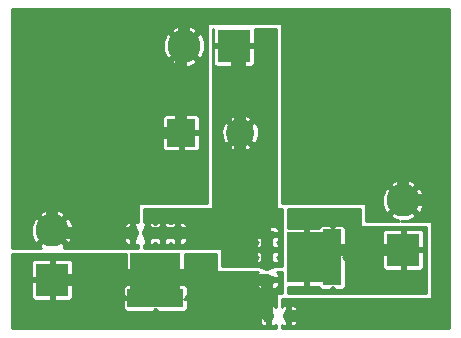
<source format=gbr>
G04 #@! TF.FileFunction,Copper,L1,Top,Signal*
%FSLAX46Y46*%
G04 Gerber Fmt 4.6, Leading zero omitted, Abs format (unit mm)*
G04 Created by KiCad (PCBNEW 4.0.7-e2-6376~58~ubuntu16.04.1) date Thu Jan 18 14:56:03 2018*
%MOMM*%
%LPD*%
G01*
G04 APERTURE LIST*
%ADD10C,0.100000*%
%ADD11R,2.400000X2.400000*%
%ADD12C,2.400000*%
%ADD13R,2.800000X2.800000*%
%ADD14C,2.800000*%
%ADD15R,0.900000X0.600000*%
%ADD16R,0.600000X0.900000*%
%ADD17R,0.700000X1.150000*%
%ADD18R,4.700000X1.550000*%
%ADD19R,4.200000X3.300000*%
%ADD20R,1.150000X0.700000*%
%ADD21R,1.550000X4.700000*%
%ADD22R,3.300000X4.200000*%
%ADD23R,0.670000X1.000000*%
%ADD24C,1.000000*%
%ADD25C,0.254000*%
G04 APERTURE END LIST*
D10*
D11*
X134112000Y-51562000D03*
D12*
X139112000Y-51562000D03*
D13*
X123190000Y-64008000D03*
D14*
X123190000Y-59808000D03*
D13*
X138566000Y-44196000D03*
D14*
X134366000Y-44196000D03*
D13*
X152908000Y-61468000D03*
D14*
X152908000Y-57268000D03*
D15*
X133078000Y-63086000D03*
X133078000Y-62236000D03*
X133078000Y-63936000D03*
X130778000Y-63086000D03*
X130778000Y-62236000D03*
X130778000Y-63936000D03*
X131928000Y-63936000D03*
X131928000Y-62236000D03*
D16*
X133808000Y-65786000D03*
X130048000Y-65786000D03*
X132528000Y-65786000D03*
D17*
X132568000Y-60066000D03*
X133838000Y-60066000D03*
X131288000Y-60066000D03*
D18*
X131928000Y-65536000D03*
D19*
X131928000Y-63336000D03*
D17*
X130018000Y-60066000D03*
D16*
X131328000Y-65786000D03*
D15*
X131928000Y-63086000D03*
D16*
X144438000Y-60960000D03*
X143588000Y-60960000D03*
X145288000Y-60960000D03*
X144438000Y-63260000D03*
X143588000Y-63260000D03*
X145288000Y-63260000D03*
X145288000Y-62110000D03*
X143588000Y-62110000D03*
D15*
X147138000Y-60230000D03*
X147138000Y-63990000D03*
X147138000Y-61510000D03*
D20*
X141418000Y-61470000D03*
X141418000Y-60200000D03*
X141418000Y-62750000D03*
D21*
X146888000Y-62110000D03*
D22*
X144688000Y-62110000D03*
D20*
X141418000Y-64020000D03*
D15*
X147138000Y-62710000D03*
D16*
X144438000Y-62110000D03*
D23*
X143228000Y-67056000D03*
X141478000Y-67056000D03*
D24*
X151638000Y-41910000D02*
X152908000Y-43180000D01*
X152908000Y-43180000D02*
X152908000Y-57268000D01*
X134672102Y-41910000D02*
X151638000Y-41910000D01*
X134366000Y-44196000D02*
X134366000Y-42216102D01*
X134366000Y-42216102D02*
X134672102Y-41910000D01*
X134112000Y-51562000D02*
X134112000Y-44450000D01*
X134112000Y-44450000D02*
X134366000Y-44196000D01*
X123190000Y-59808000D02*
X123190000Y-57828102D01*
X123190000Y-57828102D02*
X129456102Y-51562000D01*
X129456102Y-51562000D02*
X131912000Y-51562000D01*
X131912000Y-51562000D02*
X134112000Y-51562000D01*
X155956000Y-66802000D02*
X155702000Y-67056000D01*
X155702000Y-67056000D02*
X143228000Y-67056000D01*
X155956000Y-58336102D02*
X155956000Y-66802000D01*
X152908000Y-57268000D02*
X154887898Y-57268000D01*
X154887898Y-57268000D02*
X155956000Y-58336102D01*
X130018000Y-60066000D02*
X123448000Y-60066000D01*
X123448000Y-60066000D02*
X123190000Y-59808000D01*
X139112000Y-51562000D02*
X139112000Y-44742000D01*
X139112000Y-44742000D02*
X138566000Y-44196000D01*
X139112000Y-51562000D02*
X139112000Y-57894000D01*
X139112000Y-57894000D02*
X141418000Y-60200000D01*
X133838000Y-60066000D02*
X141284000Y-60066000D01*
X141284000Y-60066000D02*
X141418000Y-60200000D01*
X141418000Y-61470000D02*
X141418000Y-62750000D01*
X141418000Y-60200000D02*
X141418000Y-61470000D01*
X132568000Y-60066000D02*
X133838000Y-60066000D01*
X131288000Y-60066000D02*
X132568000Y-60066000D01*
X131928000Y-63336000D02*
X131928000Y-65536000D01*
X141418000Y-64020000D02*
X141418000Y-66996000D01*
X141418000Y-66996000D02*
X141478000Y-67056000D01*
X141418000Y-64020000D02*
X132612000Y-64020000D01*
X132612000Y-64020000D02*
X131928000Y-63336000D01*
X123190000Y-64008000D02*
X131256000Y-64008000D01*
X131256000Y-64008000D02*
X131928000Y-63336000D01*
X144688000Y-62110000D02*
X146888000Y-62110000D01*
X152908000Y-61468000D02*
X145330000Y-61468000D01*
X145330000Y-61468000D02*
X144688000Y-62110000D01*
D25*
G36*
X129447000Y-63113750D02*
X129542250Y-63209000D01*
X129947000Y-63209000D01*
X129947000Y-63213002D01*
X130042248Y-63213002D01*
X129947000Y-63308250D01*
X129947000Y-63461786D01*
X129947503Y-63463000D01*
X129542250Y-63463000D01*
X129447000Y-63558250D01*
X129447000Y-64402870D01*
X129362180Y-64438004D01*
X129255004Y-64545181D01*
X129197000Y-64685215D01*
X129197000Y-65313750D01*
X129292250Y-65409000D01*
X129367000Y-65409000D01*
X129367000Y-65563750D01*
X129462248Y-65658998D01*
X129367000Y-65658998D01*
X129367000Y-65663000D01*
X129292250Y-65663000D01*
X129197000Y-65758250D01*
X129197000Y-66386785D01*
X129255004Y-66526819D01*
X129362180Y-66633996D01*
X129502214Y-66692000D01*
X131705750Y-66692000D01*
X131801000Y-66596750D01*
X131801000Y-66576733D01*
X131843820Y-66558996D01*
X131928000Y-66474815D01*
X132012180Y-66558996D01*
X132055000Y-66576733D01*
X132055000Y-66596750D01*
X132150250Y-66692000D01*
X134353786Y-66692000D01*
X134493820Y-66633996D01*
X134600996Y-66526819D01*
X134620300Y-66480215D01*
X140762000Y-66480215D01*
X140762000Y-66833750D01*
X140857250Y-66929000D01*
X141351000Y-66929000D01*
X141351000Y-66270250D01*
X141255750Y-66175000D01*
X141067214Y-66175000D01*
X140927180Y-66233004D01*
X140820004Y-66340181D01*
X140762000Y-66480215D01*
X134620300Y-66480215D01*
X134659000Y-66386785D01*
X134659000Y-65758250D01*
X134563750Y-65663000D01*
X134489000Y-65663000D01*
X134489000Y-65658998D01*
X134393752Y-65658998D01*
X134489000Y-65563750D01*
X134489000Y-65409000D01*
X134563750Y-65409000D01*
X134659000Y-65313750D01*
X134659000Y-64685215D01*
X134600996Y-64545181D01*
X134493820Y-64438004D01*
X134409000Y-64402870D01*
X134409000Y-64242250D01*
X140462000Y-64242250D01*
X140462000Y-64445786D01*
X140520004Y-64585820D01*
X140627181Y-64692996D01*
X140767215Y-64751000D01*
X141195750Y-64751000D01*
X141291000Y-64655750D01*
X141291000Y-64147000D01*
X141545000Y-64147000D01*
X141545000Y-64655750D01*
X141640250Y-64751000D01*
X142068785Y-64751000D01*
X142208819Y-64692996D01*
X142315996Y-64585820D01*
X142374000Y-64445786D01*
X142374000Y-64242250D01*
X142278750Y-64147000D01*
X141545000Y-64147000D01*
X141291000Y-64147000D01*
X140557250Y-64147000D01*
X140462000Y-64242250D01*
X134409000Y-64242250D01*
X134409000Y-63558250D01*
X134313750Y-63463000D01*
X133908497Y-63463000D01*
X133909000Y-63461786D01*
X133909000Y-63308250D01*
X133813752Y-63213002D01*
X133909000Y-63213002D01*
X133909000Y-63209000D01*
X134313750Y-63209000D01*
X134409000Y-63113750D01*
X134409000Y-61849000D01*
X137033000Y-61849000D01*
X137033000Y-63246000D01*
X137043006Y-63295410D01*
X137071447Y-63337035D01*
X137113841Y-63364315D01*
X137160000Y-63373000D01*
X140567671Y-63373000D01*
X140587581Y-63386604D01*
X140520004Y-63454180D01*
X140462000Y-63594214D01*
X140462000Y-63797750D01*
X140557250Y-63893000D01*
X141291000Y-63893000D01*
X141291000Y-63873000D01*
X141545000Y-63873000D01*
X141545000Y-63893000D01*
X142278750Y-63893000D01*
X142374000Y-63797750D01*
X142374000Y-63594214D01*
X142315996Y-63454180D01*
X142249508Y-63387692D01*
X142263865Y-63378454D01*
X142267592Y-63373000D01*
X142621000Y-63373000D01*
X142621000Y-65151000D01*
X142240000Y-65151000D01*
X142190590Y-65161006D01*
X142148965Y-65189447D01*
X142121685Y-65231841D01*
X142113000Y-65278000D01*
X142113000Y-66317185D01*
X142028820Y-66233004D01*
X141888786Y-66175000D01*
X141700250Y-66175000D01*
X141605000Y-66270250D01*
X141605000Y-66929000D01*
X141625000Y-66929000D01*
X141625000Y-67183000D01*
X141605000Y-67183000D01*
X141605000Y-67841750D01*
X141700250Y-67937000D01*
X141888786Y-67937000D01*
X142028820Y-67878996D01*
X142113000Y-67794815D01*
X142113000Y-68124000D01*
X119836000Y-68124000D01*
X119836000Y-67278250D01*
X140762000Y-67278250D01*
X140762000Y-67631785D01*
X140820004Y-67771819D01*
X140927180Y-67878996D01*
X141067214Y-67937000D01*
X141255750Y-67937000D01*
X141351000Y-67841750D01*
X141351000Y-67183000D01*
X140857250Y-67183000D01*
X140762000Y-67278250D01*
X119836000Y-67278250D01*
X119836000Y-64230250D01*
X121409000Y-64230250D01*
X121409000Y-65483785D01*
X121467004Y-65623819D01*
X121574180Y-65730996D01*
X121714214Y-65789000D01*
X122967750Y-65789000D01*
X123063000Y-65693750D01*
X123063000Y-64135000D01*
X123317000Y-64135000D01*
X123317000Y-65693750D01*
X123412250Y-65789000D01*
X124665786Y-65789000D01*
X124805820Y-65730996D01*
X124912996Y-65623819D01*
X124971000Y-65483785D01*
X124971000Y-64230250D01*
X124875750Y-64135000D01*
X123317000Y-64135000D01*
X123063000Y-64135000D01*
X121504250Y-64135000D01*
X121409000Y-64230250D01*
X119836000Y-64230250D01*
X119836000Y-62532215D01*
X121409000Y-62532215D01*
X121409000Y-63785750D01*
X121504250Y-63881000D01*
X123063000Y-63881000D01*
X123063000Y-62322250D01*
X123317000Y-62322250D01*
X123317000Y-63881000D01*
X124875750Y-63881000D01*
X124971000Y-63785750D01*
X124971000Y-62532215D01*
X124912996Y-62392181D01*
X124805820Y-62285004D01*
X124665786Y-62227000D01*
X123412250Y-62227000D01*
X123317000Y-62322250D01*
X123063000Y-62322250D01*
X122967750Y-62227000D01*
X121714214Y-62227000D01*
X121574180Y-62285004D01*
X121467004Y-62392181D01*
X121409000Y-62532215D01*
X119836000Y-62532215D01*
X119836000Y-61849000D01*
X129447000Y-61849000D01*
X129447000Y-63113750D01*
X129447000Y-63113750D01*
G37*
X129447000Y-63113750D02*
X129542250Y-63209000D01*
X129947000Y-63209000D01*
X129947000Y-63213002D01*
X130042248Y-63213002D01*
X129947000Y-63308250D01*
X129947000Y-63461786D01*
X129947503Y-63463000D01*
X129542250Y-63463000D01*
X129447000Y-63558250D01*
X129447000Y-64402870D01*
X129362180Y-64438004D01*
X129255004Y-64545181D01*
X129197000Y-64685215D01*
X129197000Y-65313750D01*
X129292250Y-65409000D01*
X129367000Y-65409000D01*
X129367000Y-65563750D01*
X129462248Y-65658998D01*
X129367000Y-65658998D01*
X129367000Y-65663000D01*
X129292250Y-65663000D01*
X129197000Y-65758250D01*
X129197000Y-66386785D01*
X129255004Y-66526819D01*
X129362180Y-66633996D01*
X129502214Y-66692000D01*
X131705750Y-66692000D01*
X131801000Y-66596750D01*
X131801000Y-66576733D01*
X131843820Y-66558996D01*
X131928000Y-66474815D01*
X132012180Y-66558996D01*
X132055000Y-66576733D01*
X132055000Y-66596750D01*
X132150250Y-66692000D01*
X134353786Y-66692000D01*
X134493820Y-66633996D01*
X134600996Y-66526819D01*
X134620300Y-66480215D01*
X140762000Y-66480215D01*
X140762000Y-66833750D01*
X140857250Y-66929000D01*
X141351000Y-66929000D01*
X141351000Y-66270250D01*
X141255750Y-66175000D01*
X141067214Y-66175000D01*
X140927180Y-66233004D01*
X140820004Y-66340181D01*
X140762000Y-66480215D01*
X134620300Y-66480215D01*
X134659000Y-66386785D01*
X134659000Y-65758250D01*
X134563750Y-65663000D01*
X134489000Y-65663000D01*
X134489000Y-65658998D01*
X134393752Y-65658998D01*
X134489000Y-65563750D01*
X134489000Y-65409000D01*
X134563750Y-65409000D01*
X134659000Y-65313750D01*
X134659000Y-64685215D01*
X134600996Y-64545181D01*
X134493820Y-64438004D01*
X134409000Y-64402870D01*
X134409000Y-64242250D01*
X140462000Y-64242250D01*
X140462000Y-64445786D01*
X140520004Y-64585820D01*
X140627181Y-64692996D01*
X140767215Y-64751000D01*
X141195750Y-64751000D01*
X141291000Y-64655750D01*
X141291000Y-64147000D01*
X141545000Y-64147000D01*
X141545000Y-64655750D01*
X141640250Y-64751000D01*
X142068785Y-64751000D01*
X142208819Y-64692996D01*
X142315996Y-64585820D01*
X142374000Y-64445786D01*
X142374000Y-64242250D01*
X142278750Y-64147000D01*
X141545000Y-64147000D01*
X141291000Y-64147000D01*
X140557250Y-64147000D01*
X140462000Y-64242250D01*
X134409000Y-64242250D01*
X134409000Y-63558250D01*
X134313750Y-63463000D01*
X133908497Y-63463000D01*
X133909000Y-63461786D01*
X133909000Y-63308250D01*
X133813752Y-63213002D01*
X133909000Y-63213002D01*
X133909000Y-63209000D01*
X134313750Y-63209000D01*
X134409000Y-63113750D01*
X134409000Y-61849000D01*
X137033000Y-61849000D01*
X137033000Y-63246000D01*
X137043006Y-63295410D01*
X137071447Y-63337035D01*
X137113841Y-63364315D01*
X137160000Y-63373000D01*
X140567671Y-63373000D01*
X140587581Y-63386604D01*
X140520004Y-63454180D01*
X140462000Y-63594214D01*
X140462000Y-63797750D01*
X140557250Y-63893000D01*
X141291000Y-63893000D01*
X141291000Y-63873000D01*
X141545000Y-63873000D01*
X141545000Y-63893000D01*
X142278750Y-63893000D01*
X142374000Y-63797750D01*
X142374000Y-63594214D01*
X142315996Y-63454180D01*
X142249508Y-63387692D01*
X142263865Y-63378454D01*
X142267592Y-63373000D01*
X142621000Y-63373000D01*
X142621000Y-65151000D01*
X142240000Y-65151000D01*
X142190590Y-65161006D01*
X142148965Y-65189447D01*
X142121685Y-65231841D01*
X142113000Y-65278000D01*
X142113000Y-66317185D01*
X142028820Y-66233004D01*
X141888786Y-66175000D01*
X141700250Y-66175000D01*
X141605000Y-66270250D01*
X141605000Y-66929000D01*
X141625000Y-66929000D01*
X141625000Y-67183000D01*
X141605000Y-67183000D01*
X141605000Y-67841750D01*
X141700250Y-67937000D01*
X141888786Y-67937000D01*
X142028820Y-67878996D01*
X142113000Y-67794815D01*
X142113000Y-68124000D01*
X119836000Y-68124000D01*
X119836000Y-67278250D01*
X140762000Y-67278250D01*
X140762000Y-67631785D01*
X140820004Y-67771819D01*
X140927180Y-67878996D01*
X141067214Y-67937000D01*
X141255750Y-67937000D01*
X141351000Y-67841750D01*
X141351000Y-67183000D01*
X140857250Y-67183000D01*
X140762000Y-67278250D01*
X119836000Y-67278250D01*
X119836000Y-64230250D01*
X121409000Y-64230250D01*
X121409000Y-65483785D01*
X121467004Y-65623819D01*
X121574180Y-65730996D01*
X121714214Y-65789000D01*
X122967750Y-65789000D01*
X123063000Y-65693750D01*
X123063000Y-64135000D01*
X123317000Y-64135000D01*
X123317000Y-65693750D01*
X123412250Y-65789000D01*
X124665786Y-65789000D01*
X124805820Y-65730996D01*
X124912996Y-65623819D01*
X124971000Y-65483785D01*
X124971000Y-64230250D01*
X124875750Y-64135000D01*
X123317000Y-64135000D01*
X123063000Y-64135000D01*
X121504250Y-64135000D01*
X121409000Y-64230250D01*
X119836000Y-64230250D01*
X119836000Y-62532215D01*
X121409000Y-62532215D01*
X121409000Y-63785750D01*
X121504250Y-63881000D01*
X123063000Y-63881000D01*
X123063000Y-62322250D01*
X123317000Y-62322250D01*
X123317000Y-63881000D01*
X124875750Y-63881000D01*
X124971000Y-63785750D01*
X124971000Y-62532215D01*
X124912996Y-62392181D01*
X124805820Y-62285004D01*
X124665786Y-62227000D01*
X123412250Y-62227000D01*
X123317000Y-62322250D01*
X123063000Y-62322250D01*
X122967750Y-62227000D01*
X121714214Y-62227000D01*
X121574180Y-62285004D01*
X121467004Y-62392181D01*
X121409000Y-62532215D01*
X119836000Y-62532215D01*
X119836000Y-61849000D01*
X129447000Y-61849000D01*
X129447000Y-63113750D01*
G36*
X132055000Y-63209000D02*
X132075000Y-63209000D01*
X132075000Y-63213000D01*
X132055000Y-63213000D01*
X132055000Y-63483000D01*
X131801000Y-63483000D01*
X131801000Y-63213000D01*
X131781000Y-63213000D01*
X131781000Y-63209000D01*
X131801000Y-63209000D01*
X131801000Y-63189000D01*
X132055000Y-63189000D01*
X132055000Y-63209000D01*
X132055000Y-63209000D01*
G37*
X132055000Y-63209000D02*
X132075000Y-63209000D01*
X132075000Y-63213000D01*
X132055000Y-63213000D01*
X132055000Y-63483000D01*
X131801000Y-63483000D01*
X131801000Y-63213000D01*
X131781000Y-63213000D01*
X131781000Y-63209000D01*
X131801000Y-63209000D01*
X131801000Y-63189000D01*
X132055000Y-63189000D01*
X132055000Y-63209000D01*
G36*
X156770000Y-68124000D02*
X142621000Y-68124000D01*
X142621000Y-67822815D01*
X142677180Y-67878996D01*
X142817214Y-67937000D01*
X143005750Y-67937000D01*
X143101000Y-67841750D01*
X143101000Y-67183000D01*
X143355000Y-67183000D01*
X143355000Y-67841750D01*
X143450250Y-67937000D01*
X143638786Y-67937000D01*
X143778820Y-67878996D01*
X143885996Y-67771819D01*
X143944000Y-67631785D01*
X143944000Y-67278250D01*
X143848750Y-67183000D01*
X143355000Y-67183000D01*
X143101000Y-67183000D01*
X143081000Y-67183000D01*
X143081000Y-66929000D01*
X143101000Y-66929000D01*
X143101000Y-66270250D01*
X143355000Y-66270250D01*
X143355000Y-66929000D01*
X143848750Y-66929000D01*
X143944000Y-66833750D01*
X143944000Y-66480215D01*
X143885996Y-66340181D01*
X143778820Y-66233004D01*
X143638786Y-66175000D01*
X143450250Y-66175000D01*
X143355000Y-66270250D01*
X143101000Y-66270250D01*
X143005750Y-66175000D01*
X142817214Y-66175000D01*
X142677180Y-66233004D01*
X142621000Y-66289185D01*
X142621000Y-65659000D01*
X155194000Y-65659000D01*
X155243410Y-65648994D01*
X155285035Y-65620553D01*
X155312315Y-65578159D01*
X155321000Y-65532000D01*
X155321000Y-59182000D01*
X155310994Y-59132590D01*
X155282553Y-59090965D01*
X155240159Y-59063685D01*
X155194000Y-59055000D01*
X152740131Y-59055000D01*
X153316810Y-59037276D01*
X153869995Y-58808139D01*
X154031557Y-58571162D01*
X152908000Y-57447605D01*
X151784443Y-58571162D01*
X151946005Y-58808139D01*
X152597943Y-59055000D01*
X149733000Y-59055000D01*
X149733000Y-57658000D01*
X149722994Y-57608590D01*
X149694553Y-57566965D01*
X149652159Y-57539685D01*
X149606000Y-57531000D01*
X142621000Y-57531000D01*
X142621000Y-56968618D01*
X151116958Y-56968618D01*
X151138724Y-57676810D01*
X151367861Y-58229995D01*
X151604838Y-58391557D01*
X152728395Y-57268000D01*
X153087605Y-57268000D01*
X154211162Y-58391557D01*
X154448139Y-58229995D01*
X154699042Y-57567382D01*
X154677276Y-56859190D01*
X154448139Y-56306005D01*
X154211162Y-56144443D01*
X153087605Y-57268000D01*
X152728395Y-57268000D01*
X151604838Y-56144443D01*
X151367861Y-56306005D01*
X151116958Y-56968618D01*
X142621000Y-56968618D01*
X142621000Y-55964838D01*
X151784443Y-55964838D01*
X152908000Y-57088395D01*
X154031557Y-55964838D01*
X153869995Y-55727861D01*
X153207382Y-55476958D01*
X152499190Y-55498724D01*
X151946005Y-55727861D01*
X151784443Y-55964838D01*
X142621000Y-55964838D01*
X142621000Y-42418000D01*
X142610994Y-42368590D01*
X142582553Y-42326965D01*
X142540159Y-42299685D01*
X142494000Y-42291000D01*
X136398000Y-42291000D01*
X136348590Y-42301006D01*
X136306965Y-42329447D01*
X136279685Y-42371841D01*
X136271000Y-42418000D01*
X136271000Y-57531000D01*
X130556000Y-57531000D01*
X130506590Y-57541006D01*
X130464965Y-57569447D01*
X130437685Y-57611841D01*
X130429000Y-57658000D01*
X130429000Y-59110000D01*
X130240250Y-59110000D01*
X130145000Y-59205250D01*
X130145000Y-59939000D01*
X130165000Y-59939000D01*
X130165000Y-60193000D01*
X130145000Y-60193000D01*
X130145000Y-60926750D01*
X130240250Y-61022000D01*
X130429000Y-61022000D01*
X130429000Y-61297536D01*
X129828000Y-61297536D01*
X129686810Y-61324103D01*
X129660551Y-61341000D01*
X124156862Y-61341000D01*
X124313557Y-61111162D01*
X123190000Y-59987605D01*
X122066443Y-61111162D01*
X122223138Y-61341000D01*
X119836000Y-61341000D01*
X119836000Y-59508618D01*
X121398958Y-59508618D01*
X121420724Y-60216810D01*
X121649861Y-60769995D01*
X121886838Y-60931557D01*
X123010395Y-59808000D01*
X123369605Y-59808000D01*
X124493162Y-60931557D01*
X124730139Y-60769995D01*
X124912555Y-60288250D01*
X129287000Y-60288250D01*
X129287000Y-60716785D01*
X129345004Y-60856819D01*
X129452180Y-60963996D01*
X129592214Y-61022000D01*
X129795750Y-61022000D01*
X129891000Y-60926750D01*
X129891000Y-60193000D01*
X129382250Y-60193000D01*
X129287000Y-60288250D01*
X124912555Y-60288250D01*
X124981042Y-60107382D01*
X124959769Y-59415215D01*
X129287000Y-59415215D01*
X129287000Y-59843750D01*
X129382250Y-59939000D01*
X129891000Y-59939000D01*
X129891000Y-59205250D01*
X129795750Y-59110000D01*
X129592214Y-59110000D01*
X129452180Y-59168004D01*
X129345004Y-59275181D01*
X129287000Y-59415215D01*
X124959769Y-59415215D01*
X124959276Y-59399190D01*
X124730139Y-58846005D01*
X124493162Y-58684443D01*
X123369605Y-59808000D01*
X123010395Y-59808000D01*
X121886838Y-58684443D01*
X121649861Y-58846005D01*
X121398958Y-59508618D01*
X119836000Y-59508618D01*
X119836000Y-58504838D01*
X122066443Y-58504838D01*
X123190000Y-59628395D01*
X124313557Y-58504838D01*
X124151995Y-58267861D01*
X123489382Y-58016958D01*
X122781190Y-58038724D01*
X122228005Y-58267861D01*
X122066443Y-58504838D01*
X119836000Y-58504838D01*
X119836000Y-51784250D01*
X132531000Y-51784250D01*
X132531000Y-52837785D01*
X132589004Y-52977819D01*
X132696180Y-53084996D01*
X132836214Y-53143000D01*
X133889750Y-53143000D01*
X133985000Y-53047750D01*
X133985000Y-51689000D01*
X134239000Y-51689000D01*
X134239000Y-53047750D01*
X134334250Y-53143000D01*
X135387786Y-53143000D01*
X135527820Y-53084996D01*
X135634996Y-52977819D01*
X135693000Y-52837785D01*
X135693000Y-51784250D01*
X135597750Y-51689000D01*
X134239000Y-51689000D01*
X133985000Y-51689000D01*
X132626250Y-51689000D01*
X132531000Y-51784250D01*
X119836000Y-51784250D01*
X119836000Y-50286215D01*
X132531000Y-50286215D01*
X132531000Y-51339750D01*
X132626250Y-51435000D01*
X133985000Y-51435000D01*
X133985000Y-50076250D01*
X134239000Y-50076250D01*
X134239000Y-51435000D01*
X135597750Y-51435000D01*
X135693000Y-51339750D01*
X135693000Y-50286215D01*
X135634996Y-50146181D01*
X135527820Y-50039004D01*
X135387786Y-49981000D01*
X134334250Y-49981000D01*
X134239000Y-50076250D01*
X133985000Y-50076250D01*
X133889750Y-49981000D01*
X132836214Y-49981000D01*
X132696180Y-50039004D01*
X132589004Y-50146181D01*
X132531000Y-50286215D01*
X119836000Y-50286215D01*
X119836000Y-45499162D01*
X133242443Y-45499162D01*
X133404005Y-45736139D01*
X134066618Y-45987042D01*
X134774810Y-45965276D01*
X135327995Y-45736139D01*
X135489557Y-45499162D01*
X134366000Y-44375605D01*
X133242443Y-45499162D01*
X119836000Y-45499162D01*
X119836000Y-43896618D01*
X132574958Y-43896618D01*
X132596724Y-44604810D01*
X132825861Y-45157995D01*
X133062838Y-45319557D01*
X134186395Y-44196000D01*
X134545605Y-44196000D01*
X135669162Y-45319557D01*
X135906139Y-45157995D01*
X136157042Y-44495382D01*
X136135276Y-43787190D01*
X135906139Y-43234005D01*
X135669162Y-43072443D01*
X134545605Y-44196000D01*
X134186395Y-44196000D01*
X133062838Y-43072443D01*
X132825861Y-43234005D01*
X132574958Y-43896618D01*
X119836000Y-43896618D01*
X119836000Y-42892838D01*
X133242443Y-42892838D01*
X134366000Y-44016395D01*
X135489557Y-42892838D01*
X135327995Y-42655861D01*
X134665382Y-42404958D01*
X133957190Y-42426724D01*
X133404005Y-42655861D01*
X133242443Y-42892838D01*
X119836000Y-42892838D01*
X119836000Y-41096000D01*
X156770000Y-41096000D01*
X156770000Y-68124000D01*
X156770000Y-68124000D01*
G37*
X156770000Y-68124000D02*
X142621000Y-68124000D01*
X142621000Y-67822815D01*
X142677180Y-67878996D01*
X142817214Y-67937000D01*
X143005750Y-67937000D01*
X143101000Y-67841750D01*
X143101000Y-67183000D01*
X143355000Y-67183000D01*
X143355000Y-67841750D01*
X143450250Y-67937000D01*
X143638786Y-67937000D01*
X143778820Y-67878996D01*
X143885996Y-67771819D01*
X143944000Y-67631785D01*
X143944000Y-67278250D01*
X143848750Y-67183000D01*
X143355000Y-67183000D01*
X143101000Y-67183000D01*
X143081000Y-67183000D01*
X143081000Y-66929000D01*
X143101000Y-66929000D01*
X143101000Y-66270250D01*
X143355000Y-66270250D01*
X143355000Y-66929000D01*
X143848750Y-66929000D01*
X143944000Y-66833750D01*
X143944000Y-66480215D01*
X143885996Y-66340181D01*
X143778820Y-66233004D01*
X143638786Y-66175000D01*
X143450250Y-66175000D01*
X143355000Y-66270250D01*
X143101000Y-66270250D01*
X143005750Y-66175000D01*
X142817214Y-66175000D01*
X142677180Y-66233004D01*
X142621000Y-66289185D01*
X142621000Y-65659000D01*
X155194000Y-65659000D01*
X155243410Y-65648994D01*
X155285035Y-65620553D01*
X155312315Y-65578159D01*
X155321000Y-65532000D01*
X155321000Y-59182000D01*
X155310994Y-59132590D01*
X155282553Y-59090965D01*
X155240159Y-59063685D01*
X155194000Y-59055000D01*
X152740131Y-59055000D01*
X153316810Y-59037276D01*
X153869995Y-58808139D01*
X154031557Y-58571162D01*
X152908000Y-57447605D01*
X151784443Y-58571162D01*
X151946005Y-58808139D01*
X152597943Y-59055000D01*
X149733000Y-59055000D01*
X149733000Y-57658000D01*
X149722994Y-57608590D01*
X149694553Y-57566965D01*
X149652159Y-57539685D01*
X149606000Y-57531000D01*
X142621000Y-57531000D01*
X142621000Y-56968618D01*
X151116958Y-56968618D01*
X151138724Y-57676810D01*
X151367861Y-58229995D01*
X151604838Y-58391557D01*
X152728395Y-57268000D01*
X153087605Y-57268000D01*
X154211162Y-58391557D01*
X154448139Y-58229995D01*
X154699042Y-57567382D01*
X154677276Y-56859190D01*
X154448139Y-56306005D01*
X154211162Y-56144443D01*
X153087605Y-57268000D01*
X152728395Y-57268000D01*
X151604838Y-56144443D01*
X151367861Y-56306005D01*
X151116958Y-56968618D01*
X142621000Y-56968618D01*
X142621000Y-55964838D01*
X151784443Y-55964838D01*
X152908000Y-57088395D01*
X154031557Y-55964838D01*
X153869995Y-55727861D01*
X153207382Y-55476958D01*
X152499190Y-55498724D01*
X151946005Y-55727861D01*
X151784443Y-55964838D01*
X142621000Y-55964838D01*
X142621000Y-42418000D01*
X142610994Y-42368590D01*
X142582553Y-42326965D01*
X142540159Y-42299685D01*
X142494000Y-42291000D01*
X136398000Y-42291000D01*
X136348590Y-42301006D01*
X136306965Y-42329447D01*
X136279685Y-42371841D01*
X136271000Y-42418000D01*
X136271000Y-57531000D01*
X130556000Y-57531000D01*
X130506590Y-57541006D01*
X130464965Y-57569447D01*
X130437685Y-57611841D01*
X130429000Y-57658000D01*
X130429000Y-59110000D01*
X130240250Y-59110000D01*
X130145000Y-59205250D01*
X130145000Y-59939000D01*
X130165000Y-59939000D01*
X130165000Y-60193000D01*
X130145000Y-60193000D01*
X130145000Y-60926750D01*
X130240250Y-61022000D01*
X130429000Y-61022000D01*
X130429000Y-61297536D01*
X129828000Y-61297536D01*
X129686810Y-61324103D01*
X129660551Y-61341000D01*
X124156862Y-61341000D01*
X124313557Y-61111162D01*
X123190000Y-59987605D01*
X122066443Y-61111162D01*
X122223138Y-61341000D01*
X119836000Y-61341000D01*
X119836000Y-59508618D01*
X121398958Y-59508618D01*
X121420724Y-60216810D01*
X121649861Y-60769995D01*
X121886838Y-60931557D01*
X123010395Y-59808000D01*
X123369605Y-59808000D01*
X124493162Y-60931557D01*
X124730139Y-60769995D01*
X124912555Y-60288250D01*
X129287000Y-60288250D01*
X129287000Y-60716785D01*
X129345004Y-60856819D01*
X129452180Y-60963996D01*
X129592214Y-61022000D01*
X129795750Y-61022000D01*
X129891000Y-60926750D01*
X129891000Y-60193000D01*
X129382250Y-60193000D01*
X129287000Y-60288250D01*
X124912555Y-60288250D01*
X124981042Y-60107382D01*
X124959769Y-59415215D01*
X129287000Y-59415215D01*
X129287000Y-59843750D01*
X129382250Y-59939000D01*
X129891000Y-59939000D01*
X129891000Y-59205250D01*
X129795750Y-59110000D01*
X129592214Y-59110000D01*
X129452180Y-59168004D01*
X129345004Y-59275181D01*
X129287000Y-59415215D01*
X124959769Y-59415215D01*
X124959276Y-59399190D01*
X124730139Y-58846005D01*
X124493162Y-58684443D01*
X123369605Y-59808000D01*
X123010395Y-59808000D01*
X121886838Y-58684443D01*
X121649861Y-58846005D01*
X121398958Y-59508618D01*
X119836000Y-59508618D01*
X119836000Y-58504838D01*
X122066443Y-58504838D01*
X123190000Y-59628395D01*
X124313557Y-58504838D01*
X124151995Y-58267861D01*
X123489382Y-58016958D01*
X122781190Y-58038724D01*
X122228005Y-58267861D01*
X122066443Y-58504838D01*
X119836000Y-58504838D01*
X119836000Y-51784250D01*
X132531000Y-51784250D01*
X132531000Y-52837785D01*
X132589004Y-52977819D01*
X132696180Y-53084996D01*
X132836214Y-53143000D01*
X133889750Y-53143000D01*
X133985000Y-53047750D01*
X133985000Y-51689000D01*
X134239000Y-51689000D01*
X134239000Y-53047750D01*
X134334250Y-53143000D01*
X135387786Y-53143000D01*
X135527820Y-53084996D01*
X135634996Y-52977819D01*
X135693000Y-52837785D01*
X135693000Y-51784250D01*
X135597750Y-51689000D01*
X134239000Y-51689000D01*
X133985000Y-51689000D01*
X132626250Y-51689000D01*
X132531000Y-51784250D01*
X119836000Y-51784250D01*
X119836000Y-50286215D01*
X132531000Y-50286215D01*
X132531000Y-51339750D01*
X132626250Y-51435000D01*
X133985000Y-51435000D01*
X133985000Y-50076250D01*
X134239000Y-50076250D01*
X134239000Y-51435000D01*
X135597750Y-51435000D01*
X135693000Y-51339750D01*
X135693000Y-50286215D01*
X135634996Y-50146181D01*
X135527820Y-50039004D01*
X135387786Y-49981000D01*
X134334250Y-49981000D01*
X134239000Y-50076250D01*
X133985000Y-50076250D01*
X133889750Y-49981000D01*
X132836214Y-49981000D01*
X132696180Y-50039004D01*
X132589004Y-50146181D01*
X132531000Y-50286215D01*
X119836000Y-50286215D01*
X119836000Y-45499162D01*
X133242443Y-45499162D01*
X133404005Y-45736139D01*
X134066618Y-45987042D01*
X134774810Y-45965276D01*
X135327995Y-45736139D01*
X135489557Y-45499162D01*
X134366000Y-44375605D01*
X133242443Y-45499162D01*
X119836000Y-45499162D01*
X119836000Y-43896618D01*
X132574958Y-43896618D01*
X132596724Y-44604810D01*
X132825861Y-45157995D01*
X133062838Y-45319557D01*
X134186395Y-44196000D01*
X134545605Y-44196000D01*
X135669162Y-45319557D01*
X135906139Y-45157995D01*
X136157042Y-44495382D01*
X136135276Y-43787190D01*
X135906139Y-43234005D01*
X135669162Y-43072443D01*
X134545605Y-44196000D01*
X134186395Y-44196000D01*
X133062838Y-43072443D01*
X132825861Y-43234005D01*
X132574958Y-43896618D01*
X119836000Y-43896618D01*
X119836000Y-42892838D01*
X133242443Y-42892838D01*
X134366000Y-44016395D01*
X135489557Y-42892838D01*
X135327995Y-42655861D01*
X134665382Y-42404958D01*
X133957190Y-42426724D01*
X133404005Y-42655861D01*
X133242443Y-42892838D01*
X119836000Y-42892838D01*
X119836000Y-41096000D01*
X156770000Y-41096000D01*
X156770000Y-68124000D01*
G36*
X136785000Y-43973750D02*
X136880250Y-44069000D01*
X138439000Y-44069000D01*
X138439000Y-44049000D01*
X138693000Y-44049000D01*
X138693000Y-44069000D01*
X140251750Y-44069000D01*
X140347000Y-43973750D01*
X140347000Y-42799000D01*
X142113000Y-42799000D01*
X142113000Y-57912000D01*
X142123006Y-57961410D01*
X142151447Y-58003035D01*
X142193841Y-58030315D01*
X142240000Y-58039000D01*
X142621000Y-58039000D01*
X142621000Y-62865000D01*
X137541000Y-62865000D01*
X137541000Y-61692250D01*
X140462000Y-61692250D01*
X140462000Y-61895786D01*
X140520004Y-62035820D01*
X140594185Y-62110000D01*
X140520004Y-62184180D01*
X140462000Y-62324214D01*
X140462000Y-62527750D01*
X140557250Y-62623000D01*
X141291000Y-62623000D01*
X141291000Y-62114250D01*
X141286750Y-62110000D01*
X141291000Y-62105750D01*
X141291000Y-61597000D01*
X141545000Y-61597000D01*
X141545000Y-62105750D01*
X141549250Y-62110000D01*
X141545000Y-62114250D01*
X141545000Y-62623000D01*
X142278750Y-62623000D01*
X142374000Y-62527750D01*
X142374000Y-62324214D01*
X142315996Y-62184180D01*
X142241815Y-62110000D01*
X142315996Y-62035820D01*
X142374000Y-61895786D01*
X142374000Y-61692250D01*
X142278750Y-61597000D01*
X141545000Y-61597000D01*
X141291000Y-61597000D01*
X140557250Y-61597000D01*
X140462000Y-61692250D01*
X137541000Y-61692250D01*
X137541000Y-61468000D01*
X137530994Y-61418590D01*
X137502553Y-61376965D01*
X137460159Y-61349685D01*
X137414000Y-61341000D01*
X134197954Y-61341000D01*
X134179134Y-61328141D01*
X134028000Y-61297536D01*
X130937000Y-61297536D01*
X130937000Y-61022000D01*
X131065750Y-61022000D01*
X131161000Y-60926750D01*
X131161000Y-60193000D01*
X131415000Y-60193000D01*
X131415000Y-60926750D01*
X131510250Y-61022000D01*
X131713786Y-61022000D01*
X131853820Y-60963996D01*
X131928000Y-60889815D01*
X132002180Y-60963996D01*
X132142214Y-61022000D01*
X132345750Y-61022000D01*
X132441000Y-60926750D01*
X132441000Y-60193000D01*
X132695000Y-60193000D01*
X132695000Y-60926750D01*
X132790250Y-61022000D01*
X132993786Y-61022000D01*
X133133820Y-60963996D01*
X133203000Y-60894815D01*
X133272180Y-60963996D01*
X133412214Y-61022000D01*
X133615750Y-61022000D01*
X133711000Y-60926750D01*
X133711000Y-60193000D01*
X133965000Y-60193000D01*
X133965000Y-60926750D01*
X134060250Y-61022000D01*
X134263786Y-61022000D01*
X134403820Y-60963996D01*
X134510996Y-60856819D01*
X134569000Y-60716785D01*
X134569000Y-60422250D01*
X140462000Y-60422250D01*
X140462000Y-60625786D01*
X140520004Y-60765820D01*
X140589185Y-60835000D01*
X140520004Y-60904180D01*
X140462000Y-61044214D01*
X140462000Y-61247750D01*
X140557250Y-61343000D01*
X141291000Y-61343000D01*
X141291000Y-60327000D01*
X141545000Y-60327000D01*
X141545000Y-61343000D01*
X142278750Y-61343000D01*
X142374000Y-61247750D01*
X142374000Y-61044214D01*
X142315996Y-60904180D01*
X142246815Y-60835000D01*
X142315996Y-60765820D01*
X142374000Y-60625786D01*
X142374000Y-60422250D01*
X142278750Y-60327000D01*
X141545000Y-60327000D01*
X141291000Y-60327000D01*
X140557250Y-60327000D01*
X140462000Y-60422250D01*
X134569000Y-60422250D01*
X134569000Y-60288250D01*
X134473750Y-60193000D01*
X133965000Y-60193000D01*
X133711000Y-60193000D01*
X132695000Y-60193000D01*
X132441000Y-60193000D01*
X131932250Y-60193000D01*
X131928000Y-60197250D01*
X131923750Y-60193000D01*
X131415000Y-60193000D01*
X131161000Y-60193000D01*
X131141000Y-60193000D01*
X131141000Y-59939000D01*
X131161000Y-59939000D01*
X131161000Y-59205250D01*
X131415000Y-59205250D01*
X131415000Y-59939000D01*
X131923750Y-59939000D01*
X131928000Y-59934750D01*
X131932250Y-59939000D01*
X132441000Y-59939000D01*
X132441000Y-59205250D01*
X132695000Y-59205250D01*
X132695000Y-59939000D01*
X133711000Y-59939000D01*
X133711000Y-59205250D01*
X133965000Y-59205250D01*
X133965000Y-59939000D01*
X134473750Y-59939000D01*
X134569000Y-59843750D01*
X134569000Y-59774214D01*
X140462000Y-59774214D01*
X140462000Y-59977750D01*
X140557250Y-60073000D01*
X141291000Y-60073000D01*
X141291000Y-59564250D01*
X141545000Y-59564250D01*
X141545000Y-60073000D01*
X142278750Y-60073000D01*
X142374000Y-59977750D01*
X142374000Y-59774214D01*
X142315996Y-59634180D01*
X142208819Y-59527004D01*
X142068785Y-59469000D01*
X141640250Y-59469000D01*
X141545000Y-59564250D01*
X141291000Y-59564250D01*
X141195750Y-59469000D01*
X140767215Y-59469000D01*
X140627181Y-59527004D01*
X140520004Y-59634180D01*
X140462000Y-59774214D01*
X134569000Y-59774214D01*
X134569000Y-59415215D01*
X134510996Y-59275181D01*
X134403820Y-59168004D01*
X134263786Y-59110000D01*
X134060250Y-59110000D01*
X133965000Y-59205250D01*
X133711000Y-59205250D01*
X133615750Y-59110000D01*
X133412214Y-59110000D01*
X133272180Y-59168004D01*
X133203000Y-59237185D01*
X133133820Y-59168004D01*
X132993786Y-59110000D01*
X132790250Y-59110000D01*
X132695000Y-59205250D01*
X132441000Y-59205250D01*
X132345750Y-59110000D01*
X132142214Y-59110000D01*
X132002180Y-59168004D01*
X131928000Y-59242185D01*
X131853820Y-59168004D01*
X131713786Y-59110000D01*
X131510250Y-59110000D01*
X131415000Y-59205250D01*
X131161000Y-59205250D01*
X131065750Y-59110000D01*
X130937000Y-59110000D01*
X130937000Y-58039000D01*
X136652000Y-58039000D01*
X136701410Y-58028994D01*
X136743035Y-58000553D01*
X136770315Y-57958159D01*
X136779000Y-57912000D01*
X136779000Y-52720522D01*
X138133083Y-52720522D01*
X138270196Y-52936709D01*
X138860353Y-53154209D01*
X139488821Y-53129311D01*
X139953804Y-52936709D01*
X140090917Y-52720522D01*
X139112000Y-51741605D01*
X138133083Y-52720522D01*
X136779000Y-52720522D01*
X136779000Y-51310353D01*
X137519791Y-51310353D01*
X137544689Y-51938821D01*
X137737291Y-52403804D01*
X137953478Y-52540917D01*
X138932395Y-51562000D01*
X139291605Y-51562000D01*
X140270522Y-52540917D01*
X140486709Y-52403804D01*
X140704209Y-51813647D01*
X140679311Y-51185179D01*
X140486709Y-50720196D01*
X140270522Y-50583083D01*
X139291605Y-51562000D01*
X138932395Y-51562000D01*
X137953478Y-50583083D01*
X137737291Y-50720196D01*
X137519791Y-51310353D01*
X136779000Y-51310353D01*
X136779000Y-50403478D01*
X138133083Y-50403478D01*
X139112000Y-51382395D01*
X140090917Y-50403478D01*
X139953804Y-50187291D01*
X139363647Y-49969791D01*
X138735179Y-49994689D01*
X138270196Y-50187291D01*
X138133083Y-50403478D01*
X136779000Y-50403478D01*
X136779000Y-44418250D01*
X136785000Y-44418250D01*
X136785000Y-45671786D01*
X136843004Y-45811820D01*
X136950181Y-45918996D01*
X137090215Y-45977000D01*
X138343750Y-45977000D01*
X138439000Y-45881750D01*
X138439000Y-44323000D01*
X138693000Y-44323000D01*
X138693000Y-45881750D01*
X138788250Y-45977000D01*
X140041785Y-45977000D01*
X140181819Y-45918996D01*
X140288996Y-45811820D01*
X140347000Y-45671786D01*
X140347000Y-44418250D01*
X140251750Y-44323000D01*
X138693000Y-44323000D01*
X138439000Y-44323000D01*
X136880250Y-44323000D01*
X136785000Y-44418250D01*
X136779000Y-44418250D01*
X136779000Y-42799000D01*
X136785000Y-42799000D01*
X136785000Y-43973750D01*
X136785000Y-43973750D01*
G37*
X136785000Y-43973750D02*
X136880250Y-44069000D01*
X138439000Y-44069000D01*
X138439000Y-44049000D01*
X138693000Y-44049000D01*
X138693000Y-44069000D01*
X140251750Y-44069000D01*
X140347000Y-43973750D01*
X140347000Y-42799000D01*
X142113000Y-42799000D01*
X142113000Y-57912000D01*
X142123006Y-57961410D01*
X142151447Y-58003035D01*
X142193841Y-58030315D01*
X142240000Y-58039000D01*
X142621000Y-58039000D01*
X142621000Y-62865000D01*
X137541000Y-62865000D01*
X137541000Y-61692250D01*
X140462000Y-61692250D01*
X140462000Y-61895786D01*
X140520004Y-62035820D01*
X140594185Y-62110000D01*
X140520004Y-62184180D01*
X140462000Y-62324214D01*
X140462000Y-62527750D01*
X140557250Y-62623000D01*
X141291000Y-62623000D01*
X141291000Y-62114250D01*
X141286750Y-62110000D01*
X141291000Y-62105750D01*
X141291000Y-61597000D01*
X141545000Y-61597000D01*
X141545000Y-62105750D01*
X141549250Y-62110000D01*
X141545000Y-62114250D01*
X141545000Y-62623000D01*
X142278750Y-62623000D01*
X142374000Y-62527750D01*
X142374000Y-62324214D01*
X142315996Y-62184180D01*
X142241815Y-62110000D01*
X142315996Y-62035820D01*
X142374000Y-61895786D01*
X142374000Y-61692250D01*
X142278750Y-61597000D01*
X141545000Y-61597000D01*
X141291000Y-61597000D01*
X140557250Y-61597000D01*
X140462000Y-61692250D01*
X137541000Y-61692250D01*
X137541000Y-61468000D01*
X137530994Y-61418590D01*
X137502553Y-61376965D01*
X137460159Y-61349685D01*
X137414000Y-61341000D01*
X134197954Y-61341000D01*
X134179134Y-61328141D01*
X134028000Y-61297536D01*
X130937000Y-61297536D01*
X130937000Y-61022000D01*
X131065750Y-61022000D01*
X131161000Y-60926750D01*
X131161000Y-60193000D01*
X131415000Y-60193000D01*
X131415000Y-60926750D01*
X131510250Y-61022000D01*
X131713786Y-61022000D01*
X131853820Y-60963996D01*
X131928000Y-60889815D01*
X132002180Y-60963996D01*
X132142214Y-61022000D01*
X132345750Y-61022000D01*
X132441000Y-60926750D01*
X132441000Y-60193000D01*
X132695000Y-60193000D01*
X132695000Y-60926750D01*
X132790250Y-61022000D01*
X132993786Y-61022000D01*
X133133820Y-60963996D01*
X133203000Y-60894815D01*
X133272180Y-60963996D01*
X133412214Y-61022000D01*
X133615750Y-61022000D01*
X133711000Y-60926750D01*
X133711000Y-60193000D01*
X133965000Y-60193000D01*
X133965000Y-60926750D01*
X134060250Y-61022000D01*
X134263786Y-61022000D01*
X134403820Y-60963996D01*
X134510996Y-60856819D01*
X134569000Y-60716785D01*
X134569000Y-60422250D01*
X140462000Y-60422250D01*
X140462000Y-60625786D01*
X140520004Y-60765820D01*
X140589185Y-60835000D01*
X140520004Y-60904180D01*
X140462000Y-61044214D01*
X140462000Y-61247750D01*
X140557250Y-61343000D01*
X141291000Y-61343000D01*
X141291000Y-60327000D01*
X141545000Y-60327000D01*
X141545000Y-61343000D01*
X142278750Y-61343000D01*
X142374000Y-61247750D01*
X142374000Y-61044214D01*
X142315996Y-60904180D01*
X142246815Y-60835000D01*
X142315996Y-60765820D01*
X142374000Y-60625786D01*
X142374000Y-60422250D01*
X142278750Y-60327000D01*
X141545000Y-60327000D01*
X141291000Y-60327000D01*
X140557250Y-60327000D01*
X140462000Y-60422250D01*
X134569000Y-60422250D01*
X134569000Y-60288250D01*
X134473750Y-60193000D01*
X133965000Y-60193000D01*
X133711000Y-60193000D01*
X132695000Y-60193000D01*
X132441000Y-60193000D01*
X131932250Y-60193000D01*
X131928000Y-60197250D01*
X131923750Y-60193000D01*
X131415000Y-60193000D01*
X131161000Y-60193000D01*
X131141000Y-60193000D01*
X131141000Y-59939000D01*
X131161000Y-59939000D01*
X131161000Y-59205250D01*
X131415000Y-59205250D01*
X131415000Y-59939000D01*
X131923750Y-59939000D01*
X131928000Y-59934750D01*
X131932250Y-59939000D01*
X132441000Y-59939000D01*
X132441000Y-59205250D01*
X132695000Y-59205250D01*
X132695000Y-59939000D01*
X133711000Y-59939000D01*
X133711000Y-59205250D01*
X133965000Y-59205250D01*
X133965000Y-59939000D01*
X134473750Y-59939000D01*
X134569000Y-59843750D01*
X134569000Y-59774214D01*
X140462000Y-59774214D01*
X140462000Y-59977750D01*
X140557250Y-60073000D01*
X141291000Y-60073000D01*
X141291000Y-59564250D01*
X141545000Y-59564250D01*
X141545000Y-60073000D01*
X142278750Y-60073000D01*
X142374000Y-59977750D01*
X142374000Y-59774214D01*
X142315996Y-59634180D01*
X142208819Y-59527004D01*
X142068785Y-59469000D01*
X141640250Y-59469000D01*
X141545000Y-59564250D01*
X141291000Y-59564250D01*
X141195750Y-59469000D01*
X140767215Y-59469000D01*
X140627181Y-59527004D01*
X140520004Y-59634180D01*
X140462000Y-59774214D01*
X134569000Y-59774214D01*
X134569000Y-59415215D01*
X134510996Y-59275181D01*
X134403820Y-59168004D01*
X134263786Y-59110000D01*
X134060250Y-59110000D01*
X133965000Y-59205250D01*
X133711000Y-59205250D01*
X133615750Y-59110000D01*
X133412214Y-59110000D01*
X133272180Y-59168004D01*
X133203000Y-59237185D01*
X133133820Y-59168004D01*
X132993786Y-59110000D01*
X132790250Y-59110000D01*
X132695000Y-59205250D01*
X132441000Y-59205250D01*
X132345750Y-59110000D01*
X132142214Y-59110000D01*
X132002180Y-59168004D01*
X131928000Y-59242185D01*
X131853820Y-59168004D01*
X131713786Y-59110000D01*
X131510250Y-59110000D01*
X131415000Y-59205250D01*
X131161000Y-59205250D01*
X131065750Y-59110000D01*
X130937000Y-59110000D01*
X130937000Y-58039000D01*
X136652000Y-58039000D01*
X136701410Y-58028994D01*
X136743035Y-58000553D01*
X136770315Y-57958159D01*
X136779000Y-57912000D01*
X136779000Y-52720522D01*
X138133083Y-52720522D01*
X138270196Y-52936709D01*
X138860353Y-53154209D01*
X139488821Y-53129311D01*
X139953804Y-52936709D01*
X140090917Y-52720522D01*
X139112000Y-51741605D01*
X138133083Y-52720522D01*
X136779000Y-52720522D01*
X136779000Y-51310353D01*
X137519791Y-51310353D01*
X137544689Y-51938821D01*
X137737291Y-52403804D01*
X137953478Y-52540917D01*
X138932395Y-51562000D01*
X139291605Y-51562000D01*
X140270522Y-52540917D01*
X140486709Y-52403804D01*
X140704209Y-51813647D01*
X140679311Y-51185179D01*
X140486709Y-50720196D01*
X140270522Y-50583083D01*
X139291605Y-51562000D01*
X138932395Y-51562000D01*
X137953478Y-50583083D01*
X137737291Y-50720196D01*
X137519791Y-51310353D01*
X136779000Y-51310353D01*
X136779000Y-50403478D01*
X138133083Y-50403478D01*
X139112000Y-51382395D01*
X140090917Y-50403478D01*
X139953804Y-50187291D01*
X139363647Y-49969791D01*
X138735179Y-49994689D01*
X138270196Y-50187291D01*
X138133083Y-50403478D01*
X136779000Y-50403478D01*
X136779000Y-44418250D01*
X136785000Y-44418250D01*
X136785000Y-45671786D01*
X136843004Y-45811820D01*
X136950181Y-45918996D01*
X137090215Y-45977000D01*
X138343750Y-45977000D01*
X138439000Y-45881750D01*
X138439000Y-44323000D01*
X138693000Y-44323000D01*
X138693000Y-45881750D01*
X138788250Y-45977000D01*
X140041785Y-45977000D01*
X140181819Y-45918996D01*
X140288996Y-45811820D01*
X140347000Y-45671786D01*
X140347000Y-44418250D01*
X140251750Y-44323000D01*
X138693000Y-44323000D01*
X138439000Y-44323000D01*
X136880250Y-44323000D01*
X136785000Y-44418250D01*
X136779000Y-44418250D01*
X136779000Y-42799000D01*
X136785000Y-42799000D01*
X136785000Y-43973750D01*
G36*
X149225000Y-59436000D02*
X149235006Y-59485410D01*
X149263447Y-59527035D01*
X149305841Y-59554315D01*
X149352000Y-59563000D01*
X154813000Y-59563000D01*
X154813000Y-65151000D01*
X143129000Y-65151000D01*
X143129000Y-64591000D01*
X144465750Y-64591000D01*
X144561000Y-64495750D01*
X144561000Y-64091000D01*
X144565002Y-64091000D01*
X144565002Y-63995752D01*
X144660250Y-64091000D01*
X144813786Y-64091000D01*
X144815000Y-64090497D01*
X144815000Y-64495750D01*
X144910250Y-64591000D01*
X145754870Y-64591000D01*
X145790004Y-64675820D01*
X145897181Y-64782996D01*
X146037215Y-64841000D01*
X146665750Y-64841000D01*
X146761000Y-64745750D01*
X146761000Y-64671000D01*
X146915750Y-64671000D01*
X147010998Y-64575752D01*
X147010998Y-64671000D01*
X147015000Y-64671000D01*
X147015000Y-64745750D01*
X147110250Y-64841000D01*
X147738785Y-64841000D01*
X147878819Y-64782996D01*
X147985996Y-64675820D01*
X148044000Y-64535786D01*
X148044000Y-62332250D01*
X147948750Y-62237000D01*
X147928733Y-62237000D01*
X147910996Y-62194180D01*
X147826815Y-62110000D01*
X147910996Y-62025820D01*
X147928733Y-61983000D01*
X147948750Y-61983000D01*
X148044000Y-61887750D01*
X148044000Y-61690250D01*
X151127000Y-61690250D01*
X151127000Y-62943785D01*
X151185004Y-63083819D01*
X151292180Y-63190996D01*
X151432214Y-63249000D01*
X152685750Y-63249000D01*
X152781000Y-63153750D01*
X152781000Y-61595000D01*
X153035000Y-61595000D01*
X153035000Y-63153750D01*
X153130250Y-63249000D01*
X154383786Y-63249000D01*
X154523820Y-63190996D01*
X154630996Y-63083819D01*
X154689000Y-62943785D01*
X154689000Y-61690250D01*
X154593750Y-61595000D01*
X153035000Y-61595000D01*
X152781000Y-61595000D01*
X151222250Y-61595000D01*
X151127000Y-61690250D01*
X148044000Y-61690250D01*
X148044000Y-59992215D01*
X151127000Y-59992215D01*
X151127000Y-61245750D01*
X151222250Y-61341000D01*
X152781000Y-61341000D01*
X152781000Y-59782250D01*
X153035000Y-59782250D01*
X153035000Y-61341000D01*
X154593750Y-61341000D01*
X154689000Y-61245750D01*
X154689000Y-59992215D01*
X154630996Y-59852181D01*
X154523820Y-59745004D01*
X154383786Y-59687000D01*
X153130250Y-59687000D01*
X153035000Y-59782250D01*
X152781000Y-59782250D01*
X152685750Y-59687000D01*
X151432214Y-59687000D01*
X151292180Y-59745004D01*
X151185004Y-59852181D01*
X151127000Y-59992215D01*
X148044000Y-59992215D01*
X148044000Y-59684214D01*
X147985996Y-59544180D01*
X147878819Y-59437004D01*
X147738785Y-59379000D01*
X147110250Y-59379000D01*
X147015000Y-59474250D01*
X147015000Y-59549000D01*
X147010998Y-59549000D01*
X147010998Y-59644248D01*
X146915750Y-59549000D01*
X146761000Y-59549000D01*
X146761000Y-59474250D01*
X146665750Y-59379000D01*
X146037215Y-59379000D01*
X145897181Y-59437004D01*
X145790004Y-59544180D01*
X145754870Y-59629000D01*
X144910250Y-59629000D01*
X144815000Y-59724250D01*
X144815000Y-60129503D01*
X144813786Y-60129000D01*
X144660250Y-60129000D01*
X144565002Y-60224248D01*
X144565002Y-60129000D01*
X144561000Y-60129000D01*
X144561000Y-59724250D01*
X144465750Y-59629000D01*
X143129000Y-59629000D01*
X143129000Y-58039000D01*
X149225000Y-58039000D01*
X149225000Y-59436000D01*
X149225000Y-59436000D01*
G37*
X149225000Y-59436000D02*
X149235006Y-59485410D01*
X149263447Y-59527035D01*
X149305841Y-59554315D01*
X149352000Y-59563000D01*
X154813000Y-59563000D01*
X154813000Y-65151000D01*
X143129000Y-65151000D01*
X143129000Y-64591000D01*
X144465750Y-64591000D01*
X144561000Y-64495750D01*
X144561000Y-64091000D01*
X144565002Y-64091000D01*
X144565002Y-63995752D01*
X144660250Y-64091000D01*
X144813786Y-64091000D01*
X144815000Y-64090497D01*
X144815000Y-64495750D01*
X144910250Y-64591000D01*
X145754870Y-64591000D01*
X145790004Y-64675820D01*
X145897181Y-64782996D01*
X146037215Y-64841000D01*
X146665750Y-64841000D01*
X146761000Y-64745750D01*
X146761000Y-64671000D01*
X146915750Y-64671000D01*
X147010998Y-64575752D01*
X147010998Y-64671000D01*
X147015000Y-64671000D01*
X147015000Y-64745750D01*
X147110250Y-64841000D01*
X147738785Y-64841000D01*
X147878819Y-64782996D01*
X147985996Y-64675820D01*
X148044000Y-64535786D01*
X148044000Y-62332250D01*
X147948750Y-62237000D01*
X147928733Y-62237000D01*
X147910996Y-62194180D01*
X147826815Y-62110000D01*
X147910996Y-62025820D01*
X147928733Y-61983000D01*
X147948750Y-61983000D01*
X148044000Y-61887750D01*
X148044000Y-61690250D01*
X151127000Y-61690250D01*
X151127000Y-62943785D01*
X151185004Y-63083819D01*
X151292180Y-63190996D01*
X151432214Y-63249000D01*
X152685750Y-63249000D01*
X152781000Y-63153750D01*
X152781000Y-61595000D01*
X153035000Y-61595000D01*
X153035000Y-63153750D01*
X153130250Y-63249000D01*
X154383786Y-63249000D01*
X154523820Y-63190996D01*
X154630996Y-63083819D01*
X154689000Y-62943785D01*
X154689000Y-61690250D01*
X154593750Y-61595000D01*
X153035000Y-61595000D01*
X152781000Y-61595000D01*
X151222250Y-61595000D01*
X151127000Y-61690250D01*
X148044000Y-61690250D01*
X148044000Y-59992215D01*
X151127000Y-59992215D01*
X151127000Y-61245750D01*
X151222250Y-61341000D01*
X152781000Y-61341000D01*
X152781000Y-59782250D01*
X153035000Y-59782250D01*
X153035000Y-61341000D01*
X154593750Y-61341000D01*
X154689000Y-61245750D01*
X154689000Y-59992215D01*
X154630996Y-59852181D01*
X154523820Y-59745004D01*
X154383786Y-59687000D01*
X153130250Y-59687000D01*
X153035000Y-59782250D01*
X152781000Y-59782250D01*
X152685750Y-59687000D01*
X151432214Y-59687000D01*
X151292180Y-59745004D01*
X151185004Y-59852181D01*
X151127000Y-59992215D01*
X148044000Y-59992215D01*
X148044000Y-59684214D01*
X147985996Y-59544180D01*
X147878819Y-59437004D01*
X147738785Y-59379000D01*
X147110250Y-59379000D01*
X147015000Y-59474250D01*
X147015000Y-59549000D01*
X147010998Y-59549000D01*
X147010998Y-59644248D01*
X146915750Y-59549000D01*
X146761000Y-59549000D01*
X146761000Y-59474250D01*
X146665750Y-59379000D01*
X146037215Y-59379000D01*
X145897181Y-59437004D01*
X145790004Y-59544180D01*
X145754870Y-59629000D01*
X144910250Y-59629000D01*
X144815000Y-59724250D01*
X144815000Y-60129503D01*
X144813786Y-60129000D01*
X144660250Y-60129000D01*
X144565002Y-60224248D01*
X144565002Y-60129000D01*
X144561000Y-60129000D01*
X144561000Y-59724250D01*
X144465750Y-59629000D01*
X143129000Y-59629000D01*
X143129000Y-58039000D01*
X149225000Y-58039000D01*
X149225000Y-59436000D01*
G36*
X144565000Y-61983000D02*
X144835000Y-61983000D01*
X144835000Y-62237000D01*
X144565000Y-62237000D01*
X144565000Y-62257000D01*
X144561000Y-62257000D01*
X144561000Y-62237000D01*
X144541000Y-62237000D01*
X144541000Y-61983000D01*
X144561000Y-61983000D01*
X144561000Y-61963000D01*
X144565000Y-61963000D01*
X144565000Y-61983000D01*
X144565000Y-61983000D01*
G37*
X144565000Y-61983000D02*
X144835000Y-61983000D01*
X144835000Y-62237000D01*
X144565000Y-62237000D01*
X144565000Y-62257000D01*
X144561000Y-62257000D01*
X144561000Y-62237000D01*
X144541000Y-62237000D01*
X144541000Y-61983000D01*
X144561000Y-61983000D01*
X144561000Y-61963000D01*
X144565000Y-61963000D01*
X144565000Y-61983000D01*
M02*

</source>
